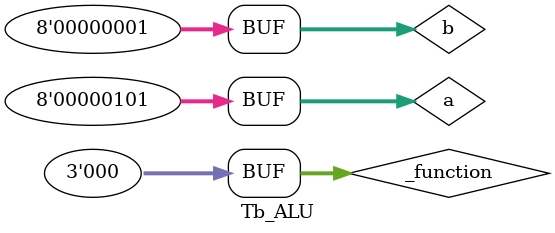
<source format=v>
`timescale 1ns / 1ps
module Tb_ALU(
    );

	reg signed [7:0] a;
	reg signed [7:0] b;
	reg [2:0] _function;
	wire signed [7:0] result;
	wire[2:0] flags;
	ALU alu(a,b,_function, result, flags);
	
	initial
	begin
		a = 5;
		b=1;
		_function = 0;
	end
	
endmodule

</source>
